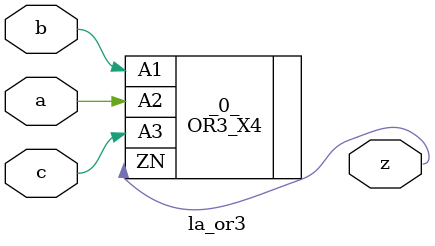
<source format=v>
/* Generated by Yosys 0.37 (git sha1 a5c7f69ed, clang 14.0.0-1ubuntu1.1 -fPIC -Os) */

module la_or3(a, b, c, z);
  input a;
  wire a;
  input b;
  wire b;
  input c;
  wire c;
  output z;
  wire z;
  OR3_X4 _0_ (
    .A1(b),
    .A2(a),
    .A3(c),
    .ZN(z)
  );
endmodule

</source>
